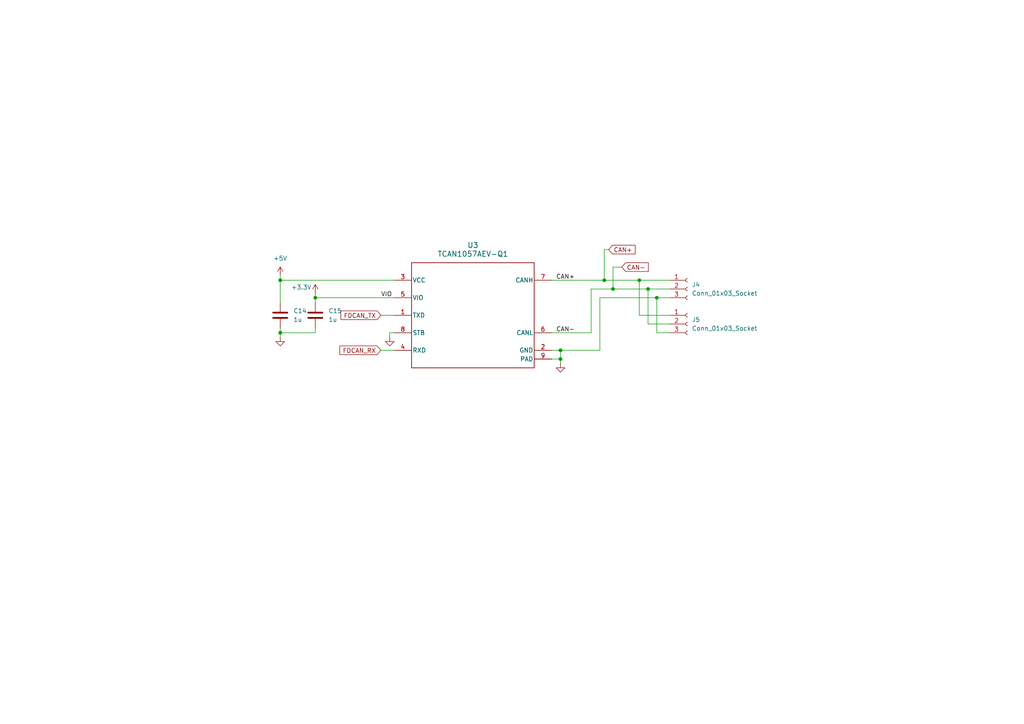
<source format=kicad_sch>
(kicad_sch
	(version 20231120)
	(generator "eeschema")
	(generator_version "8.0")
	(uuid "dea49c8a-6329-4335-927a-5a324eaec254")
	(paper "A4")
	(lib_symbols
		(symbol "Connector:Conn_01x03_Socket"
			(pin_names
				(offset 1.016) hide)
			(exclude_from_sim no)
			(in_bom yes)
			(on_board yes)
			(property "Reference" "J"
				(at 0 5.08 0)
				(effects
					(font
						(size 1.27 1.27)
					)
				)
			)
			(property "Value" "Conn_01x03_Socket"
				(at 0 -5.08 0)
				(effects
					(font
						(size 1.27 1.27)
					)
				)
			)
			(property "Footprint" ""
				(at 0 0 0)
				(effects
					(font
						(size 1.27 1.27)
					)
					(hide yes)
				)
			)
			(property "Datasheet" "~"
				(at 0 0 0)
				(effects
					(font
						(size 1.27 1.27)
					)
					(hide yes)
				)
			)
			(property "Description" "Generic connector, single row, 01x03, script generated"
				(at 0 0 0)
				(effects
					(font
						(size 1.27 1.27)
					)
					(hide yes)
				)
			)
			(property "ki_locked" ""
				(at 0 0 0)
				(effects
					(font
						(size 1.27 1.27)
					)
				)
			)
			(property "ki_keywords" "connector"
				(at 0 0 0)
				(effects
					(font
						(size 1.27 1.27)
					)
					(hide yes)
				)
			)
			(property "ki_fp_filters" "Connector*:*_1x??_*"
				(at 0 0 0)
				(effects
					(font
						(size 1.27 1.27)
					)
					(hide yes)
				)
			)
			(symbol "Conn_01x03_Socket_1_1"
				(arc
					(start 0 -2.032)
					(mid -0.5058 -2.54)
					(end 0 -3.048)
					(stroke
						(width 0.1524)
						(type default)
					)
					(fill
						(type none)
					)
				)
				(polyline
					(pts
						(xy -1.27 -2.54) (xy -0.508 -2.54)
					)
					(stroke
						(width 0.1524)
						(type default)
					)
					(fill
						(type none)
					)
				)
				(polyline
					(pts
						(xy -1.27 0) (xy -0.508 0)
					)
					(stroke
						(width 0.1524)
						(type default)
					)
					(fill
						(type none)
					)
				)
				(polyline
					(pts
						(xy -1.27 2.54) (xy -0.508 2.54)
					)
					(stroke
						(width 0.1524)
						(type default)
					)
					(fill
						(type none)
					)
				)
				(arc
					(start 0 0.508)
					(mid -0.5058 0)
					(end 0 -0.508)
					(stroke
						(width 0.1524)
						(type default)
					)
					(fill
						(type none)
					)
				)
				(arc
					(start 0 3.048)
					(mid -0.5058 2.54)
					(end 0 2.032)
					(stroke
						(width 0.1524)
						(type default)
					)
					(fill
						(type none)
					)
				)
				(pin passive line
					(at -5.08 2.54 0)
					(length 3.81)
					(name "Pin_1"
						(effects
							(font
								(size 1.27 1.27)
							)
						)
					)
					(number "1"
						(effects
							(font
								(size 1.27 1.27)
							)
						)
					)
				)
				(pin passive line
					(at -5.08 0 0)
					(length 3.81)
					(name "Pin_2"
						(effects
							(font
								(size 1.27 1.27)
							)
						)
					)
					(number "2"
						(effects
							(font
								(size 1.27 1.27)
							)
						)
					)
				)
				(pin passive line
					(at -5.08 -2.54 0)
					(length 3.81)
					(name "Pin_3"
						(effects
							(font
								(size 1.27 1.27)
							)
						)
					)
					(number "3"
						(effects
							(font
								(size 1.27 1.27)
							)
						)
					)
				)
			)
		)
		(symbol "Device:C"
			(pin_numbers hide)
			(pin_names
				(offset 0.254)
			)
			(exclude_from_sim no)
			(in_bom yes)
			(on_board yes)
			(property "Reference" "C"
				(at 0.635 2.54 0)
				(effects
					(font
						(size 1.27 1.27)
					)
					(justify left)
				)
			)
			(property "Value" "C"
				(at 0.635 -2.54 0)
				(effects
					(font
						(size 1.27 1.27)
					)
					(justify left)
				)
			)
			(property "Footprint" ""
				(at 0.9652 -3.81 0)
				(effects
					(font
						(size 1.27 1.27)
					)
					(hide yes)
				)
			)
			(property "Datasheet" "~"
				(at 0 0 0)
				(effects
					(font
						(size 1.27 1.27)
					)
					(hide yes)
				)
			)
			(property "Description" "Unpolarized capacitor"
				(at 0 0 0)
				(effects
					(font
						(size 1.27 1.27)
					)
					(hide yes)
				)
			)
			(property "ki_keywords" "cap capacitor"
				(at 0 0 0)
				(effects
					(font
						(size 1.27 1.27)
					)
					(hide yes)
				)
			)
			(property "ki_fp_filters" "C_*"
				(at 0 0 0)
				(effects
					(font
						(size 1.27 1.27)
					)
					(hide yes)
				)
			)
			(symbol "C_0_1"
				(polyline
					(pts
						(xy -2.032 -0.762) (xy 2.032 -0.762)
					)
					(stroke
						(width 0.508)
						(type default)
					)
					(fill
						(type none)
					)
				)
				(polyline
					(pts
						(xy -2.032 0.762) (xy 2.032 0.762)
					)
					(stroke
						(width 0.508)
						(type default)
					)
					(fill
						(type none)
					)
				)
			)
			(symbol "C_1_1"
				(pin passive line
					(at 0 3.81 270)
					(length 2.794)
					(name "~"
						(effects
							(font
								(size 1.27 1.27)
							)
						)
					)
					(number "1"
						(effects
							(font
								(size 1.27 1.27)
							)
						)
					)
				)
				(pin passive line
					(at 0 -3.81 90)
					(length 2.794)
					(name "~"
						(effects
							(font
								(size 1.27 1.27)
							)
						)
					)
					(number "2"
						(effects
							(font
								(size 1.27 1.27)
							)
						)
					)
				)
			)
		)
		(symbol "moteus:TCAN1042HGVDRBRQ1"
			(pin_names
				(offset 0.254)
			)
			(exclude_from_sim no)
			(in_bom yes)
			(on_board yes)
			(property "Reference" "U"
				(at 0 2.54 0)
				(effects
					(font
						(size 1.524 1.524)
					)
				)
			)
			(property "Value" "TCAN1042HGVDRBRQ1"
				(at 0 0 0)
				(effects
					(font
						(size 1.524 1.524)
					)
				)
			)
			(property "Footprint" "DRB0008F"
				(at 0 0 0)
				(effects
					(font
						(size 1.27 1.27)
						(italic yes)
					)
					(hide yes)
				)
			)
			(property "Datasheet" "TCAN1042HGVDRBRQ1"
				(at 0 0 0)
				(effects
					(font
						(size 1.27 1.27)
						(italic yes)
					)
					(hide yes)
				)
			)
			(property "Description" ""
				(at 0 0 0)
				(effects
					(font
						(size 1.27 1.27)
					)
					(hide yes)
				)
			)
			(property "ki_locked" ""
				(at 0 0 0)
				(effects
					(font
						(size 1.27 1.27)
					)
				)
			)
			(property "ki_keywords" "TCAN1042HGVDRBRQ1"
				(at 0 0 0)
				(effects
					(font
						(size 1.27 1.27)
					)
					(hide yes)
				)
			)
			(property "ki_fp_filters" "DRB0008F"
				(at 0 0 0)
				(effects
					(font
						(size 1.27 1.27)
					)
					(hide yes)
				)
			)
			(symbol "TCAN1042HGVDRBRQ1_0_1"
				(polyline
					(pts
						(xy -17.78 -15.24) (xy 17.78 -15.24)
					)
					(stroke
						(width 0.2032)
						(type default)
					)
					(fill
						(type none)
					)
				)
				(polyline
					(pts
						(xy -17.78 15.24) (xy -17.78 -15.24)
					)
					(stroke
						(width 0.2032)
						(type default)
					)
					(fill
						(type none)
					)
				)
				(polyline
					(pts
						(xy 17.78 -15.24) (xy 17.78 15.24)
					)
					(stroke
						(width 0.2032)
						(type default)
					)
					(fill
						(type none)
					)
				)
				(polyline
					(pts
						(xy 17.78 15.24) (xy -17.78 15.24)
					)
					(stroke
						(width 0.2032)
						(type default)
					)
					(fill
						(type none)
					)
				)
				(pin input line
					(at -22.86 0 0)
					(length 5.08)
					(name "TXD"
						(effects
							(font
								(size 1.27 1.27)
							)
						)
					)
					(number "1"
						(effects
							(font
								(size 1.27 1.27)
							)
						)
					)
				)
				(pin power_in line
					(at 22.86 -10.16 180)
					(length 5.08)
					(name "GND"
						(effects
							(font
								(size 1.27 1.27)
							)
						)
					)
					(number "2"
						(effects
							(font
								(size 1.27 1.27)
							)
						)
					)
				)
				(pin power_in line
					(at -22.86 10.16 0)
					(length 5.08)
					(name "VCC"
						(effects
							(font
								(size 1.27 1.27)
							)
						)
					)
					(number "3"
						(effects
							(font
								(size 1.27 1.27)
							)
						)
					)
				)
				(pin output line
					(at -22.86 -10.16 0)
					(length 5.08)
					(name "RXD"
						(effects
							(font
								(size 1.27 1.27)
							)
						)
					)
					(number "4"
						(effects
							(font
								(size 1.27 1.27)
							)
						)
					)
				)
				(pin power_in line
					(at -22.86 5.08 0)
					(length 5.08)
					(name "VIO"
						(effects
							(font
								(size 1.27 1.27)
							)
						)
					)
					(number "5"
						(effects
							(font
								(size 1.27 1.27)
							)
						)
					)
				)
				(pin bidirectional line
					(at 22.86 -5.08 180)
					(length 5.08)
					(name "CANL"
						(effects
							(font
								(size 1.27 1.27)
							)
						)
					)
					(number "6"
						(effects
							(font
								(size 1.27 1.27)
							)
						)
					)
				)
				(pin bidirectional line
					(at 22.86 10.16 180)
					(length 5.08)
					(name "CANH"
						(effects
							(font
								(size 1.27 1.27)
							)
						)
					)
					(number "7"
						(effects
							(font
								(size 1.27 1.27)
							)
						)
					)
				)
				(pin input line
					(at -22.86 -5.08 0)
					(length 5.08)
					(name "STB"
						(effects
							(font
								(size 1.27 1.27)
							)
						)
					)
					(number "8"
						(effects
							(font
								(size 1.27 1.27)
							)
						)
					)
				)
				(pin power_in line
					(at 22.86 -12.7 180)
					(length 5.08)
					(name "PAD"
						(effects
							(font
								(size 1.27 1.27)
							)
						)
					)
					(number "9"
						(effects
							(font
								(size 1.27 1.27)
							)
						)
					)
				)
			)
		)
		(symbol "power:+3.3V"
			(power)
			(pin_numbers hide)
			(pin_names
				(offset 0) hide)
			(exclude_from_sim no)
			(in_bom yes)
			(on_board yes)
			(property "Reference" "#PWR"
				(at 0 -3.81 0)
				(effects
					(font
						(size 1.27 1.27)
					)
					(hide yes)
				)
			)
			(property "Value" "+3.3V"
				(at 0 3.556 0)
				(effects
					(font
						(size 1.27 1.27)
					)
				)
			)
			(property "Footprint" ""
				(at 0 0 0)
				(effects
					(font
						(size 1.27 1.27)
					)
					(hide yes)
				)
			)
			(property "Datasheet" ""
				(at 0 0 0)
				(effects
					(font
						(size 1.27 1.27)
					)
					(hide yes)
				)
			)
			(property "Description" "Power symbol creates a global label with name \"+3.3V\""
				(at 0 0 0)
				(effects
					(font
						(size 1.27 1.27)
					)
					(hide yes)
				)
			)
			(property "ki_keywords" "global power"
				(at 0 0 0)
				(effects
					(font
						(size 1.27 1.27)
					)
					(hide yes)
				)
			)
			(symbol "+3.3V_0_1"
				(polyline
					(pts
						(xy -0.762 1.27) (xy 0 2.54)
					)
					(stroke
						(width 0)
						(type default)
					)
					(fill
						(type none)
					)
				)
				(polyline
					(pts
						(xy 0 0) (xy 0 2.54)
					)
					(stroke
						(width 0)
						(type default)
					)
					(fill
						(type none)
					)
				)
				(polyline
					(pts
						(xy 0 2.54) (xy 0.762 1.27)
					)
					(stroke
						(width 0)
						(type default)
					)
					(fill
						(type none)
					)
				)
			)
			(symbol "+3.3V_1_1"
				(pin power_in line
					(at 0 0 90)
					(length 0)
					(name "~"
						(effects
							(font
								(size 1.27 1.27)
							)
						)
					)
					(number "1"
						(effects
							(font
								(size 1.27 1.27)
							)
						)
					)
				)
			)
		)
		(symbol "power:+5V"
			(power)
			(pin_numbers hide)
			(pin_names
				(offset 0) hide)
			(exclude_from_sim no)
			(in_bom yes)
			(on_board yes)
			(property "Reference" "#PWR"
				(at 0 -3.81 0)
				(effects
					(font
						(size 1.27 1.27)
					)
					(hide yes)
				)
			)
			(property "Value" "+5V"
				(at 0 3.556 0)
				(effects
					(font
						(size 1.27 1.27)
					)
				)
			)
			(property "Footprint" ""
				(at 0 0 0)
				(effects
					(font
						(size 1.27 1.27)
					)
					(hide yes)
				)
			)
			(property "Datasheet" ""
				(at 0 0 0)
				(effects
					(font
						(size 1.27 1.27)
					)
					(hide yes)
				)
			)
			(property "Description" "Power symbol creates a global label with name \"+5V\""
				(at 0 0 0)
				(effects
					(font
						(size 1.27 1.27)
					)
					(hide yes)
				)
			)
			(property "ki_keywords" "global power"
				(at 0 0 0)
				(effects
					(font
						(size 1.27 1.27)
					)
					(hide yes)
				)
			)
			(symbol "+5V_0_1"
				(polyline
					(pts
						(xy -0.762 1.27) (xy 0 2.54)
					)
					(stroke
						(width 0)
						(type default)
					)
					(fill
						(type none)
					)
				)
				(polyline
					(pts
						(xy 0 0) (xy 0 2.54)
					)
					(stroke
						(width 0)
						(type default)
					)
					(fill
						(type none)
					)
				)
				(polyline
					(pts
						(xy 0 2.54) (xy 0.762 1.27)
					)
					(stroke
						(width 0)
						(type default)
					)
					(fill
						(type none)
					)
				)
			)
			(symbol "+5V_1_1"
				(pin power_in line
					(at 0 0 90)
					(length 0)
					(name "~"
						(effects
							(font
								(size 1.27 1.27)
							)
						)
					)
					(number "1"
						(effects
							(font
								(size 1.27 1.27)
							)
						)
					)
				)
			)
		)
		(symbol "power:GND"
			(power)
			(pin_numbers hide)
			(pin_names
				(offset 0) hide)
			(exclude_from_sim no)
			(in_bom yes)
			(on_board yes)
			(property "Reference" "#PWR"
				(at 0 -6.35 0)
				(effects
					(font
						(size 1.27 1.27)
					)
					(hide yes)
				)
			)
			(property "Value" "GND"
				(at 0 -3.81 0)
				(effects
					(font
						(size 1.27 1.27)
					)
				)
			)
			(property "Footprint" ""
				(at 0 0 0)
				(effects
					(font
						(size 1.27 1.27)
					)
					(hide yes)
				)
			)
			(property "Datasheet" ""
				(at 0 0 0)
				(effects
					(font
						(size 1.27 1.27)
					)
					(hide yes)
				)
			)
			(property "Description" "Power symbol creates a global label with name \"GND\" , ground"
				(at 0 0 0)
				(effects
					(font
						(size 1.27 1.27)
					)
					(hide yes)
				)
			)
			(property "ki_keywords" "global power"
				(at 0 0 0)
				(effects
					(font
						(size 1.27 1.27)
					)
					(hide yes)
				)
			)
			(symbol "GND_0_1"
				(polyline
					(pts
						(xy 0 0) (xy 0 -1.27) (xy 1.27 -1.27) (xy 0 -2.54) (xy -1.27 -1.27) (xy 0 -1.27)
					)
					(stroke
						(width 0)
						(type default)
					)
					(fill
						(type none)
					)
				)
			)
			(symbol "GND_1_1"
				(pin power_in line
					(at 0 0 270)
					(length 0)
					(name "~"
						(effects
							(font
								(size 1.27 1.27)
							)
						)
					)
					(number "1"
						(effects
							(font
								(size 1.27 1.27)
							)
						)
					)
				)
			)
		)
	)
	(junction
		(at 190.5 86.36)
		(diameter 0)
		(color 0 0 0 0)
		(uuid "1543c9a4-83b2-4a8c-be9d-6522b2d1f602")
	)
	(junction
		(at 91.44 86.36)
		(diameter 0)
		(color 0 0 0 0)
		(uuid "164e44f7-37a6-4061-9828-9293fcecc69f")
	)
	(junction
		(at 81.28 81.28)
		(diameter 0)
		(color 0 0 0 0)
		(uuid "251af317-b400-4d68-acc7-102e4084cdf0")
	)
	(junction
		(at 162.56 104.14)
		(diameter 0)
		(color 0 0 0 0)
		(uuid "2f0ac9d1-d906-4858-8da3-6ade8242f3d6")
	)
	(junction
		(at 185.42 81.28)
		(diameter 0)
		(color 0 0 0 0)
		(uuid "30c4d726-6004-4f63-b9ae-a9070d3ac872")
	)
	(junction
		(at 175.26 81.28)
		(diameter 0)
		(color 0 0 0 0)
		(uuid "5f9318f2-cd5d-4626-9c85-496567a42849")
	)
	(junction
		(at 162.56 101.6)
		(diameter 0)
		(color 0 0 0 0)
		(uuid "75bbf028-5289-497c-9f18-22143fd3f622")
	)
	(junction
		(at 177.8 83.82)
		(diameter 0)
		(color 0 0 0 0)
		(uuid "76ca9646-b504-471e-9879-b0508f505a6a")
	)
	(junction
		(at 187.96 83.82)
		(diameter 0)
		(color 0 0 0 0)
		(uuid "ee4dac52-5bb1-4a4f-8b85-c2f99da2c25c")
	)
	(junction
		(at 81.28 96.52)
		(diameter 0)
		(color 0 0 0 0)
		(uuid "f42c2f42-cab7-400f-a01c-6de382d6b91d")
	)
	(wire
		(pts
			(xy 114.3 86.36) (xy 91.44 86.36)
		)
		(stroke
			(width 0)
			(type default)
		)
		(uuid "06b5b48e-d0e7-45a0-b423-9145ca18920d")
	)
	(wire
		(pts
			(xy 110.49 91.44) (xy 114.3 91.44)
		)
		(stroke
			(width 0)
			(type default)
		)
		(uuid "0d2a2b3f-592a-4d3a-a583-246e2780db2e")
	)
	(wire
		(pts
			(xy 81.28 96.52) (xy 81.28 97.79)
		)
		(stroke
			(width 0)
			(type default)
		)
		(uuid "16f1f3ce-ff1c-432d-ba52-d8297d27c402")
	)
	(wire
		(pts
			(xy 173.99 101.6) (xy 173.99 86.36)
		)
		(stroke
			(width 0)
			(type default)
		)
		(uuid "1967c448-8dac-407a-a900-71658e8f1681")
	)
	(wire
		(pts
			(xy 187.96 93.98) (xy 187.96 83.82)
		)
		(stroke
			(width 0)
			(type default)
		)
		(uuid "31d5f297-6e36-4fb0-b143-712ef0a8121a")
	)
	(wire
		(pts
			(xy 190.5 86.36) (xy 194.31 86.36)
		)
		(stroke
			(width 0)
			(type default)
		)
		(uuid "3a52c370-0ddd-4f0f-98db-d66275dcb8ee")
	)
	(wire
		(pts
			(xy 91.44 96.52) (xy 91.44 95.25)
		)
		(stroke
			(width 0)
			(type default)
		)
		(uuid "402bcbee-a740-4993-aaef-2665a8b8d209")
	)
	(wire
		(pts
			(xy 175.26 72.39) (xy 175.26 81.28)
		)
		(stroke
			(width 0)
			(type default)
		)
		(uuid "4e1d81e3-cc10-4e3a-b01d-e7cdb579d990")
	)
	(wire
		(pts
			(xy 190.5 96.52) (xy 190.5 86.36)
		)
		(stroke
			(width 0)
			(type default)
		)
		(uuid "514e0da2-0fcb-40f5-b79b-5495017654f8")
	)
	(wire
		(pts
			(xy 113.03 96.52) (xy 113.03 97.79)
		)
		(stroke
			(width 0)
			(type default)
		)
		(uuid "544999a9-18a7-4d11-806f-7a739e29d047")
	)
	(wire
		(pts
			(xy 162.56 104.14) (xy 162.56 101.6)
		)
		(stroke
			(width 0)
			(type default)
		)
		(uuid "58b8d2a1-0445-4641-9233-7005d3858794")
	)
	(wire
		(pts
			(xy 177.8 83.82) (xy 187.96 83.82)
		)
		(stroke
			(width 0)
			(type default)
		)
		(uuid "5cdf2344-4511-4821-bbf0-df5c83e87adf")
	)
	(wire
		(pts
			(xy 171.45 96.52) (xy 171.45 83.82)
		)
		(stroke
			(width 0)
			(type default)
		)
		(uuid "77506961-bc4a-4e2f-988b-692669ba3d4b")
	)
	(wire
		(pts
			(xy 187.96 83.82) (xy 194.31 83.82)
		)
		(stroke
			(width 0)
			(type default)
		)
		(uuid "85d4ea01-15eb-4bc2-b871-16e064778d5f")
	)
	(wire
		(pts
			(xy 160.02 81.28) (xy 175.26 81.28)
		)
		(stroke
			(width 0)
			(type default)
		)
		(uuid "86ee72a0-c8d5-4400-96c5-c95c27ca125b")
	)
	(wire
		(pts
			(xy 81.28 87.63) (xy 81.28 81.28)
		)
		(stroke
			(width 0)
			(type default)
		)
		(uuid "891f7252-ae41-4052-8155-dec236c1c462")
	)
	(wire
		(pts
			(xy 194.31 93.98) (xy 187.96 93.98)
		)
		(stroke
			(width 0)
			(type default)
		)
		(uuid "9030702e-e779-4ab5-bd96-4b7bd60d1c8a")
	)
	(wire
		(pts
			(xy 91.44 86.36) (xy 91.44 87.63)
		)
		(stroke
			(width 0)
			(type default)
		)
		(uuid "91e76290-242a-4671-8684-756258b7667c")
	)
	(wire
		(pts
			(xy 175.26 81.28) (xy 185.42 81.28)
		)
		(stroke
			(width 0)
			(type default)
		)
		(uuid "98a413df-791a-49a3-9dc8-fc1506d75131")
	)
	(wire
		(pts
			(xy 160.02 96.52) (xy 171.45 96.52)
		)
		(stroke
			(width 0)
			(type default)
		)
		(uuid "99094283-af95-4533-9b15-e63ca6830c1a")
	)
	(wire
		(pts
			(xy 180.34 77.47) (xy 177.8 77.47)
		)
		(stroke
			(width 0)
			(type default)
		)
		(uuid "9c127948-9a51-458a-86c2-b9609b69ffbb")
	)
	(wire
		(pts
			(xy 185.42 81.28) (xy 194.31 81.28)
		)
		(stroke
			(width 0)
			(type default)
		)
		(uuid "9dbb692d-206e-4a8e-8652-dca678aaef44")
	)
	(wire
		(pts
			(xy 114.3 96.52) (xy 113.03 96.52)
		)
		(stroke
			(width 0)
			(type default)
		)
		(uuid "a5401c13-660d-4158-8a16-af5e010ac5ff")
	)
	(wire
		(pts
			(xy 110.49 101.6) (xy 114.3 101.6)
		)
		(stroke
			(width 0)
			(type default)
		)
		(uuid "a6bbd16f-b2e8-4d3c-9aad-b059151a3a09")
	)
	(wire
		(pts
			(xy 185.42 91.44) (xy 185.42 81.28)
		)
		(stroke
			(width 0)
			(type default)
		)
		(uuid "ac74f97e-bfa5-45e2-92ff-6dca93b6250f")
	)
	(wire
		(pts
			(xy 194.31 96.52) (xy 190.5 96.52)
		)
		(stroke
			(width 0)
			(type default)
		)
		(uuid "b1713609-338c-4396-aa3a-3ef55be6bc34")
	)
	(wire
		(pts
			(xy 81.28 95.25) (xy 81.28 96.52)
		)
		(stroke
			(width 0)
			(type default)
		)
		(uuid "b453c432-1796-4b52-af37-e2473bab12f4")
	)
	(wire
		(pts
			(xy 162.56 101.6) (xy 173.99 101.6)
		)
		(stroke
			(width 0)
			(type default)
		)
		(uuid "baa0443b-0003-49d1-bea2-f1d32e115692")
	)
	(wire
		(pts
			(xy 173.99 86.36) (xy 190.5 86.36)
		)
		(stroke
			(width 0)
			(type default)
		)
		(uuid "bb2ece7b-e6a7-43f3-a8a9-35c8e0926ad8")
	)
	(wire
		(pts
			(xy 171.45 83.82) (xy 177.8 83.82)
		)
		(stroke
			(width 0)
			(type default)
		)
		(uuid "c11b057d-656a-44a7-90bd-80c5e252c730")
	)
	(wire
		(pts
			(xy 81.28 81.28) (xy 114.3 81.28)
		)
		(stroke
			(width 0)
			(type default)
		)
		(uuid "c4d9a98b-3be8-4d39-bea8-11c944923d3f")
	)
	(wire
		(pts
			(xy 81.28 96.52) (xy 91.44 96.52)
		)
		(stroke
			(width 0)
			(type default)
		)
		(uuid "d33038c5-dc2e-4ada-b3ae-8646141d5220")
	)
	(wire
		(pts
			(xy 160.02 104.14) (xy 162.56 104.14)
		)
		(stroke
			(width 0)
			(type default)
		)
		(uuid "de4bc201-dcfb-47d7-af4e-67321a892fd0")
	)
	(wire
		(pts
			(xy 162.56 104.14) (xy 162.56 105.41)
		)
		(stroke
			(width 0)
			(type default)
		)
		(uuid "e9a199e3-38c5-45d6-8084-1723981c0ae7")
	)
	(wire
		(pts
			(xy 160.02 101.6) (xy 162.56 101.6)
		)
		(stroke
			(width 0)
			(type default)
		)
		(uuid "edb823c0-ef5f-4c4c-8d7d-03754cb471b6")
	)
	(wire
		(pts
			(xy 194.31 91.44) (xy 185.42 91.44)
		)
		(stroke
			(width 0)
			(type default)
		)
		(uuid "ef7d1691-b242-405c-b089-d2fdb0f852df")
	)
	(wire
		(pts
			(xy 177.8 77.47) (xy 177.8 83.82)
		)
		(stroke
			(width 0)
			(type default)
		)
		(uuid "f2bc7aa8-895b-413f-81c8-a8e24286d625")
	)
	(wire
		(pts
			(xy 176.53 72.39) (xy 175.26 72.39)
		)
		(stroke
			(width 0)
			(type default)
		)
		(uuid "f5d75c02-1d0c-4d8d-af87-ff04cf43e45f")
	)
	(wire
		(pts
			(xy 81.28 80.01) (xy 81.28 81.28)
		)
		(stroke
			(width 0)
			(type default)
		)
		(uuid "fa27b1da-b00f-4d0c-abcb-3bd6c865e6c9")
	)
	(wire
		(pts
			(xy 91.44 85.09) (xy 91.44 86.36)
		)
		(stroke
			(width 0)
			(type default)
		)
		(uuid "fa2c3e31-dd02-446a-8209-c45856fe4589")
	)
	(label "CAN-"
		(at 161.29 96.52 0)
		(effects
			(font
				(size 1.27 1.27)
			)
			(justify left bottom)
		)
		(uuid "5070b70e-91a1-4130-b709-ae0850866f44")
	)
	(label "CAN+"
		(at 161.29 81.28 0)
		(effects
			(font
				(size 1.27 1.27)
			)
			(justify left bottom)
		)
		(uuid "7d8f7415-1ffb-4217-bf42-303a5e0a841c")
	)
	(label "VIO"
		(at 110.49 86.36 0)
		(effects
			(font
				(size 1.27 1.27)
			)
			(justify left bottom)
		)
		(uuid "da698601-7791-4712-b2e2-62fac4b96342")
	)
	(global_label "CAN-"
		(shape input)
		(at 180.34 77.47 0)
		(fields_autoplaced yes)
		(effects
			(font
				(size 1.27 1.27)
			)
			(justify left)
		)
		(uuid "70019121-136f-4a87-b0af-edf8954edf1a")
		(property "Intersheetrefs" "${INTERSHEET_REFS}"
			(at 188.5867 77.47 0)
			(effects
				(font
					(size 1.27 1.27)
				)
				(justify left)
				(hide yes)
			)
		)
	)
	(global_label "CAN+"
		(shape input)
		(at 176.53 72.39 0)
		(fields_autoplaced yes)
		(effects
			(font
				(size 1.27 1.27)
			)
			(justify left)
		)
		(uuid "73d6e43b-77ff-42c9-8793-ea19b8f2b83f")
		(property "Intersheetrefs" "${INTERSHEET_REFS}"
			(at 184.7767 72.39 0)
			(effects
				(font
					(size 1.27 1.27)
				)
				(justify left)
				(hide yes)
			)
		)
	)
	(global_label "FDCAN_TX"
		(shape input)
		(at 110.49 91.44 180)
		(fields_autoplaced yes)
		(effects
			(font
				(size 1.27 1.27)
			)
			(justify right)
		)
		(uuid "d9ee99e3-3fc9-4078-93f9-ea2f2b0408ed")
		(property "Intersheetrefs" "${INTERSHEET_REFS}"
			(at 98.3124 91.44 0)
			(effects
				(font
					(size 1.27 1.27)
				)
				(justify right)
				(hide yes)
			)
		)
	)
	(global_label "FDCAN_RX"
		(shape input)
		(at 110.49 101.6 180)
		(fields_autoplaced yes)
		(effects
			(font
				(size 1.27 1.27)
			)
			(justify right)
		)
		(uuid "f4c96d61-e4fc-423c-8c74-c4c245007c43")
		(property "Intersheetrefs" "${INTERSHEET_REFS}"
			(at 98.01 101.6 0)
			(effects
				(font
					(size 1.27 1.27)
				)
				(justify right)
				(hide yes)
			)
		)
	)
	(symbol
		(lib_id "power:+3.3V")
		(at 91.44 85.09 0)
		(unit 1)
		(exclude_from_sim no)
		(in_bom yes)
		(on_board yes)
		(dnp no)
		(uuid "0233debb-74dd-4cd9-8152-76f5d25156ca")
		(property "Reference" "#PWR024"
			(at 91.44 88.9 0)
			(effects
				(font
					(size 1.27 1.27)
				)
				(hide yes)
			)
		)
		(property "Value" "+3.3V"
			(at 87.376 83.312 0)
			(effects
				(font
					(size 1.27 1.27)
				)
			)
		)
		(property "Footprint" ""
			(at 91.44 85.09 0)
			(effects
				(font
					(size 1.27 1.27)
				)
				(hide yes)
			)
		)
		(property "Datasheet" ""
			(at 91.44 85.09 0)
			(effects
				(font
					(size 1.27 1.27)
				)
				(hide yes)
			)
		)
		(property "Description" "Power symbol creates a global label with name \"+3.3V\""
			(at 91.44 85.09 0)
			(effects
				(font
					(size 1.27 1.27)
				)
				(hide yes)
			)
		)
		(pin "1"
			(uuid "876c3b6f-2804-4ddc-8a62-b2dc7b4eb239")
		)
		(instances
			(project "V1.03"
				(path "/e8380e09-dbfb-452d-aae9-f4ebc3c118cf/0bf7a470-b0fc-45a7-a27f-6e490d0a1f67"
					(reference "#PWR024")
					(unit 1)
				)
			)
		)
	)
	(symbol
		(lib_id "power:GND")
		(at 162.56 105.41 0)
		(unit 1)
		(exclude_from_sim no)
		(in_bom yes)
		(on_board yes)
		(dnp no)
		(fields_autoplaced yes)
		(uuid "0420336f-00af-434a-abe4-caf1f4b4ff88")
		(property "Reference" "#PWR026"
			(at 162.56 111.76 0)
			(effects
				(font
					(size 1.27 1.27)
				)
				(hide yes)
			)
		)
		(property "Value" "GND"
			(at 162.56 110.49 0)
			(effects
				(font
					(size 1.27 1.27)
				)
				(hide yes)
			)
		)
		(property "Footprint" ""
			(at 162.56 105.41 0)
			(effects
				(font
					(size 1.27 1.27)
				)
				(hide yes)
			)
		)
		(property "Datasheet" ""
			(at 162.56 105.41 0)
			(effects
				(font
					(size 1.27 1.27)
				)
				(hide yes)
			)
		)
		(property "Description" "Power symbol creates a global label with name \"GND\" , ground"
			(at 162.56 105.41 0)
			(effects
				(font
					(size 1.27 1.27)
				)
				(hide yes)
			)
		)
		(pin "1"
			(uuid "1924c38b-0cd5-4588-a3ea-887e3300e3b6")
		)
		(instances
			(project "V1.03"
				(path "/e8380e09-dbfb-452d-aae9-f4ebc3c118cf/0bf7a470-b0fc-45a7-a27f-6e490d0a1f67"
					(reference "#PWR026")
					(unit 1)
				)
			)
		)
	)
	(symbol
		(lib_id "Connector:Conn_01x03_Socket")
		(at 199.39 83.82 0)
		(unit 1)
		(exclude_from_sim no)
		(in_bom yes)
		(on_board yes)
		(dnp no)
		(fields_autoplaced yes)
		(uuid "512bdc5d-6f36-41ed-80a8-be082484d226")
		(property "Reference" "J4"
			(at 200.66 82.5499 0)
			(effects
				(font
					(size 1.27 1.27)
				)
				(justify left)
			)
		)
		(property "Value" "Conn_01x03_Socket"
			(at 200.66 85.0899 0)
			(effects
				(font
					(size 1.27 1.27)
				)
				(justify left)
			)
		)
		(property "Footprint" "Connector_JST:JST_PH_S3B-PH-SM4-TB_1x03-1MP_P2.00mm_Horizontal"
			(at 199.39 83.82 0)
			(effects
				(font
					(size 1.27 1.27)
				)
				(hide yes)
			)
		)
		(property "Datasheet" "~"
			(at 199.39 83.82 0)
			(effects
				(font
					(size 1.27 1.27)
				)
				(hide yes)
			)
		)
		(property "Description" "Generic connector, single row, 01x03, script generated"
			(at 199.39 83.82 0)
			(effects
				(font
					(size 1.27 1.27)
				)
				(hide yes)
			)
		)
		(pin "1"
			(uuid "45287933-f17c-4297-ac36-30e6d6d7c166")
		)
		(pin "2"
			(uuid "c83b5a7f-416b-446f-aeb1-42fd30cad9ab")
		)
		(pin "3"
			(uuid "bdab4eb5-da84-4940-b160-43cf2a6513ca")
		)
		(instances
			(project "V1.03"
				(path "/e8380e09-dbfb-452d-aae9-f4ebc3c118cf/0bf7a470-b0fc-45a7-a27f-6e490d0a1f67"
					(reference "J4")
					(unit 1)
				)
			)
		)
	)
	(symbol
		(lib_id "power:GND")
		(at 81.28 97.79 0)
		(unit 1)
		(exclude_from_sim no)
		(in_bom yes)
		(on_board yes)
		(dnp no)
		(fields_autoplaced yes)
		(uuid "71c9e446-94b2-4c45-b4ac-780fb9f06c5a")
		(property "Reference" "#PWR023"
			(at 81.28 104.14 0)
			(effects
				(font
					(size 1.27 1.27)
				)
				(hide yes)
			)
		)
		(property "Value" "GND"
			(at 81.28 102.87 0)
			(effects
				(font
					(size 1.27 1.27)
				)
				(hide yes)
			)
		)
		(property "Footprint" ""
			(at 81.28 97.79 0)
			(effects
				(font
					(size 1.27 1.27)
				)
				(hide yes)
			)
		)
		(property "Datasheet" ""
			(at 81.28 97.79 0)
			(effects
				(font
					(size 1.27 1.27)
				)
				(hide yes)
			)
		)
		(property "Description" "Power symbol creates a global label with name \"GND\" , ground"
			(at 81.28 97.79 0)
			(effects
				(font
					(size 1.27 1.27)
				)
				(hide yes)
			)
		)
		(pin "1"
			(uuid "384d2774-f969-4ff6-aad3-18d09616cc7f")
		)
		(instances
			(project "V1.03"
				(path "/e8380e09-dbfb-452d-aae9-f4ebc3c118cf/0bf7a470-b0fc-45a7-a27f-6e490d0a1f67"
					(reference "#PWR023")
					(unit 1)
				)
			)
		)
	)
	(symbol
		(lib_id "power:+5V")
		(at 81.28 80.01 0)
		(unit 1)
		(exclude_from_sim no)
		(in_bom yes)
		(on_board yes)
		(dnp no)
		(fields_autoplaced yes)
		(uuid "720e0fdc-4c97-4a27-b957-f4c69fe9c31b")
		(property "Reference" "#PWR022"
			(at 81.28 83.82 0)
			(effects
				(font
					(size 1.27 1.27)
				)
				(hide yes)
			)
		)
		(property "Value" "+5V"
			(at 81.28 74.93 0)
			(effects
				(font
					(size 1.27 1.27)
				)
			)
		)
		(property "Footprint" ""
			(at 81.28 80.01 0)
			(effects
				(font
					(size 1.27 1.27)
				)
				(hide yes)
			)
		)
		(property "Datasheet" ""
			(at 81.28 80.01 0)
			(effects
				(font
					(size 1.27 1.27)
				)
				(hide yes)
			)
		)
		(property "Description" "Power symbol creates a global label with name \"+5V\""
			(at 81.28 80.01 0)
			(effects
				(font
					(size 1.27 1.27)
				)
				(hide yes)
			)
		)
		(pin "1"
			(uuid "7d85d1e4-43e9-4cf3-a470-25fa266d7613")
		)
		(instances
			(project "V1.03"
				(path "/e8380e09-dbfb-452d-aae9-f4ebc3c118cf/0bf7a470-b0fc-45a7-a27f-6e490d0a1f67"
					(reference "#PWR022")
					(unit 1)
				)
			)
		)
	)
	(symbol
		(lib_id "power:GND")
		(at 113.03 97.79 0)
		(unit 1)
		(exclude_from_sim no)
		(in_bom yes)
		(on_board yes)
		(dnp no)
		(fields_autoplaced yes)
		(uuid "7f3069b8-b741-4dec-bf28-67f02606c042")
		(property "Reference" "#PWR025"
			(at 113.03 104.14 0)
			(effects
				(font
					(size 1.27 1.27)
				)
				(hide yes)
			)
		)
		(property "Value" "GND"
			(at 113.03 102.87 0)
			(effects
				(font
					(size 1.27 1.27)
				)
				(hide yes)
			)
		)
		(property "Footprint" ""
			(at 113.03 97.79 0)
			(effects
				(font
					(size 1.27 1.27)
				)
				(hide yes)
			)
		)
		(property "Datasheet" ""
			(at 113.03 97.79 0)
			(effects
				(font
					(size 1.27 1.27)
				)
				(hide yes)
			)
		)
		(property "Description" "Power symbol creates a global label with name \"GND\" , ground"
			(at 113.03 97.79 0)
			(effects
				(font
					(size 1.27 1.27)
				)
				(hide yes)
			)
		)
		(pin "1"
			(uuid "ea63aa77-e475-4b3d-b629-d361895f3e94")
		)
		(instances
			(project "V1.03"
				(path "/e8380e09-dbfb-452d-aae9-f4ebc3c118cf/0bf7a470-b0fc-45a7-a27f-6e490d0a1f67"
					(reference "#PWR025")
					(unit 1)
				)
			)
		)
	)
	(symbol
		(lib_id "moteus:TCAN1042HGVDRBRQ1")
		(at 137.16 91.44 0)
		(unit 1)
		(exclude_from_sim no)
		(in_bom yes)
		(on_board yes)
		(dnp no)
		(fields_autoplaced yes)
		(uuid "ab7e9c4f-f609-4f74-b93b-1ab538fc78f9")
		(property "Reference" "U3"
			(at 137.16 71.12 0)
			(effects
				(font
					(size 1.524 1.524)
				)
			)
		)
		(property "Value" "TCAN1057AEV-Q1"
			(at 137.16 73.66 0)
			(effects
				(font
					(size 1.524 1.524)
				)
			)
		)
		(property "Footprint" "Package_SO:SOIC-8_3.9x4.9mm_P1.27mm"
			(at 137.16 91.44 0)
			(effects
				(font
					(size 1.27 1.27)
					(italic yes)
				)
				(hide yes)
			)
		)
		(property "Datasheet" "TCAN1057AEVDRQ1"
			(at 137.16 91.44 0)
			(effects
				(font
					(size 1.27 1.27)
					(italic yes)
				)
				(hide yes)
			)
		)
		(property "Description" ""
			(at 137.16 91.44 0)
			(effects
				(font
					(size 1.27 1.27)
				)
				(hide yes)
			)
		)
		(property "MPN" "TCAN1057AEVDRQ1"
			(at 137.16 91.44 0)
			(effects
				(font
					(size 1.27 1.27)
				)
				(hide yes)
			)
		)
		(property "MF" "TI"
			(at 137.16 91.44 0)
			(effects
				(font
					(size 1.27 1.27)
				)
				(hide yes)
			)
		)
		(property "POPULATE" "1"
			(at 137.16 91.44 0)
			(effects
				(font
					(size 1.27 1.27)
				)
				(hide yes)
			)
		)
		(pin "1"
			(uuid "5f6262c8-1d2f-42fa-8c02-3df4a3da3b77")
		)
		(pin "2"
			(uuid "bf0502f9-ae4d-4d9f-b72c-c4e301aa8ef0")
		)
		(pin "3"
			(uuid "477b8064-5c15-4a7f-9c52-3238c4ceccf0")
		)
		(pin "4"
			(uuid "c810f63b-1016-4c04-8479-89255ed9ff29")
		)
		(pin "5"
			(uuid "603960c1-e751-4c47-9160-b94214f2f938")
		)
		(pin "6"
			(uuid "2a9ddb87-bdfb-494f-bc5a-bccef3722e1a")
		)
		(pin "7"
			(uuid "f593cda1-bd75-4dc5-a9c6-3e2f83870caf")
		)
		(pin "8"
			(uuid "02a66852-6ede-479c-8eb4-6da67441e589")
		)
		(pin "9"
			(uuid "83eb684a-e378-4783-8ffa-24cc914ca5b2")
		)
		(instances
			(project "V1.03"
				(path "/e8380e09-dbfb-452d-aae9-f4ebc3c118cf/0bf7a470-b0fc-45a7-a27f-6e490d0a1f67"
					(reference "U3")
					(unit 1)
				)
			)
		)
	)
	(symbol
		(lib_id "Connector:Conn_01x03_Socket")
		(at 199.39 93.98 0)
		(unit 1)
		(exclude_from_sim no)
		(in_bom yes)
		(on_board yes)
		(dnp no)
		(fields_autoplaced yes)
		(uuid "becd5df1-e212-4fc4-8500-2f0f0f1f5219")
		(property "Reference" "J5"
			(at 200.66 92.7099 0)
			(effects
				(font
					(size 1.27 1.27)
				)
				(justify left)
			)
		)
		(property "Value" "Conn_01x03_Socket"
			(at 200.66 95.2499 0)
			(effects
				(font
					(size 1.27 1.27)
				)
				(justify left)
			)
		)
		(property "Footprint" "Connector_JST:JST_PH_S3B-PH-SM4-TB_1x03-1MP_P2.00mm_Horizontal"
			(at 199.39 93.98 0)
			(effects
				(font
					(size 1.27 1.27)
				)
				(hide yes)
			)
		)
		(property "Datasheet" "~"
			(at 199.39 93.98 0)
			(effects
				(font
					(size 1.27 1.27)
				)
				(hide yes)
			)
		)
		(property "Description" "Generic connector, single row, 01x03, script generated"
			(at 199.39 93.98 0)
			(effects
				(font
					(size 1.27 1.27)
				)
				(hide yes)
			)
		)
		(pin "1"
			(uuid "2726f0f6-4d13-4f53-aebc-c86b2b3d2daa")
		)
		(pin "2"
			(uuid "eeab53db-996e-467c-92fb-f36772adfac3")
		)
		(pin "3"
			(uuid "e7321f5c-f4fe-4bbf-aa23-f015a60c8740")
		)
		(instances
			(project "V1.03"
				(path "/e8380e09-dbfb-452d-aae9-f4ebc3c118cf/0bf7a470-b0fc-45a7-a27f-6e490d0a1f67"
					(reference "J5")
					(unit 1)
				)
			)
		)
	)
	(symbol
		(lib_id "Device:C")
		(at 91.44 91.44 0)
		(unit 1)
		(exclude_from_sim no)
		(in_bom yes)
		(on_board yes)
		(dnp no)
		(fields_autoplaced yes)
		(uuid "c87413b7-4a3f-4678-97a5-d7c4cead8488")
		(property "Reference" "C15"
			(at 95.25 90.1699 0)
			(effects
				(font
					(size 1.27 1.27)
				)
				(justify left)
			)
		)
		(property "Value" "1u"
			(at 95.25 92.7099 0)
			(effects
				(font
					(size 1.27 1.27)
				)
				(justify left)
			)
		)
		(property "Footprint" "Capacitor_SMD:C_0402_1005Metric"
			(at 92.4052 95.25 0)
			(effects
				(font
					(size 1.27 1.27)
				)
				(hide yes)
			)
		)
		(property "Datasheet" "~"
			(at 91.44 91.44 0)
			(effects
				(font
					(size 1.27 1.27)
				)
				(hide yes)
			)
		)
		(property "Description" "Unpolarized capacitor"
			(at 91.44 91.44 0)
			(effects
				(font
					(size 1.27 1.27)
				)
				(hide yes)
			)
		)
		(pin "2"
			(uuid "74914275-d8ef-4cb4-a96b-79ac4d5f8b87")
		)
		(pin "1"
			(uuid "70b9a89b-4263-46e4-a7c9-db38417583f9")
		)
		(instances
			(project "V1.03"
				(path "/e8380e09-dbfb-452d-aae9-f4ebc3c118cf/0bf7a470-b0fc-45a7-a27f-6e490d0a1f67"
					(reference "C15")
					(unit 1)
				)
			)
		)
	)
	(symbol
		(lib_id "Device:C")
		(at 81.28 91.44 0)
		(unit 1)
		(exclude_from_sim no)
		(in_bom yes)
		(on_board yes)
		(dnp no)
		(fields_autoplaced yes)
		(uuid "eb03eb31-b3a0-4c2d-96a5-bdf7579d227d")
		(property "Reference" "C14"
			(at 85.09 90.1699 0)
			(effects
				(font
					(size 1.27 1.27)
				)
				(justify left)
			)
		)
		(property "Value" "1u"
			(at 85.09 92.7099 0)
			(effects
				(font
					(size 1.27 1.27)
				)
				(justify left)
			)
		)
		(property "Footprint" "Capacitor_SMD:C_0402_1005Metric"
			(at 82.2452 95.25 0)
			(effects
				(font
					(size 1.27 1.27)
				)
				(hide yes)
			)
		)
		(property "Datasheet" "~"
			(at 81.28 91.44 0)
			(effects
				(font
					(size 1.27 1.27)
				)
				(hide yes)
			)
		)
		(property "Description" "Unpolarized capacitor"
			(at 81.28 91.44 0)
			(effects
				(font
					(size 1.27 1.27)
				)
				(hide yes)
			)
		)
		(pin "2"
			(uuid "e501afbc-105f-4c7c-9cc5-8be447c8bc54")
		)
		(pin "1"
			(uuid "3c538cd2-d426-40a9-b610-d7b0098b2cad")
		)
		(instances
			(project "V1.03"
				(path "/e8380e09-dbfb-452d-aae9-f4ebc3c118cf/0bf7a470-b0fc-45a7-a27f-6e490d0a1f67"
					(reference "C14")
					(unit 1)
				)
			)
		)
	)
)

</source>
